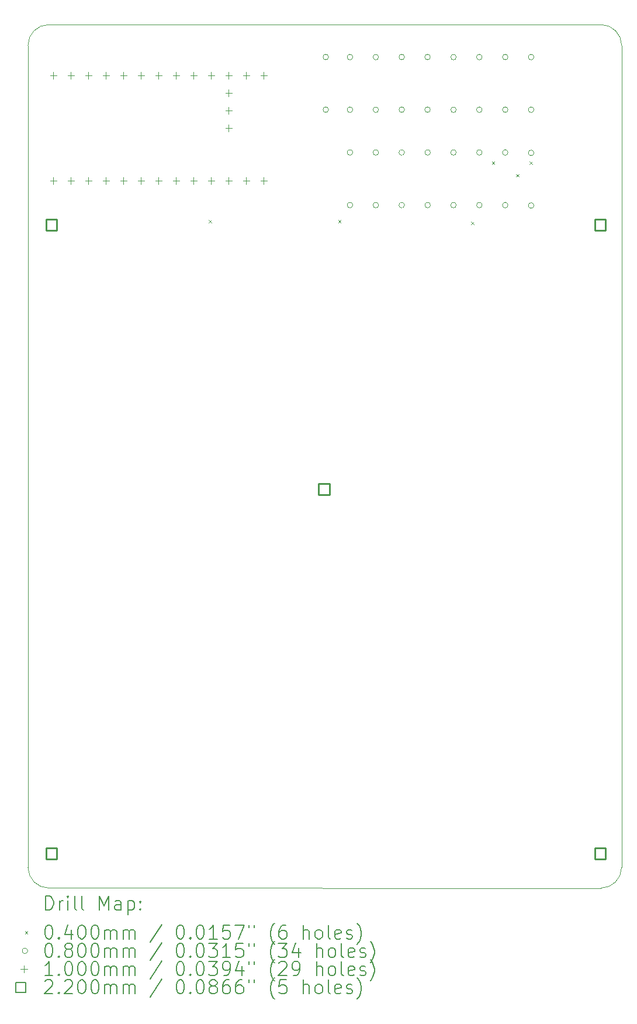
<source format=gbr>
%TF.GenerationSoftware,KiCad,Pcbnew,8.0.6*%
%TF.CreationDate,2024-12-19T22:26:00+08:00*%
%TF.ProjectId,keyboard,6b657962-6f61-4726-942e-6b696361645f,rev?*%
%TF.SameCoordinates,Original*%
%TF.FileFunction,Drillmap*%
%TF.FilePolarity,Positive*%
%FSLAX45Y45*%
G04 Gerber Fmt 4.5, Leading zero omitted, Abs format (unit mm)*
G04 Created by KiCad (PCBNEW 8.0.6) date 2024-12-19 22:26:00*
%MOMM*%
%LPD*%
G01*
G04 APERTURE LIST*
%ADD10C,0.100000*%
%ADD11C,0.200000*%
%ADD12C,0.220000*%
G04 APERTURE END LIST*
D10*
X33160000Y-24701066D02*
G75*
G02*
X32860000Y-25001070I-300000J-4D01*
G01*
X24860000Y-25000000D02*
X32860000Y-25001066D01*
X24860000Y-25000000D02*
G75*
G02*
X24560000Y-24700000I0J300000D01*
G01*
X24560000Y-12800000D02*
G75*
G02*
X24860000Y-12500000I300000J0D01*
G01*
X32860000Y-12500000D02*
G75*
G02*
X33160000Y-12800000I0J-300000D01*
G01*
X33160000Y-12800000D02*
X33160000Y-24701066D01*
X24860000Y-12500000D02*
X32860000Y-12500000D01*
X24560000Y-12800000D02*
X24560000Y-24700000D01*
D11*
D10*
X27179200Y-15330800D02*
X27219200Y-15370800D01*
X27219200Y-15330800D02*
X27179200Y-15370800D01*
X29054200Y-15330800D02*
X29094200Y-15370800D01*
X29094200Y-15330800D02*
X29054200Y-15370800D01*
X30979200Y-15355800D02*
X31019200Y-15395800D01*
X31019200Y-15355800D02*
X30979200Y-15395800D01*
X31279200Y-14480800D02*
X31319200Y-14520800D01*
X31319200Y-14480800D02*
X31279200Y-14520800D01*
X31629200Y-14663300D02*
X31669200Y-14703300D01*
X31669200Y-14663300D02*
X31629200Y-14703300D01*
X31829200Y-14480800D02*
X31869200Y-14520800D01*
X31869200Y-14480800D02*
X31829200Y-14520800D01*
X28914200Y-12969800D02*
G75*
G02*
X28834200Y-12969800I-40000J0D01*
G01*
X28834200Y-12969800D02*
G75*
G02*
X28914200Y-12969800I40000J0D01*
G01*
X28914200Y-13731800D02*
G75*
G02*
X28834200Y-13731800I-40000J0D01*
G01*
X28834200Y-13731800D02*
G75*
G02*
X28914200Y-13731800I40000J0D01*
G01*
X29264200Y-12969800D02*
G75*
G02*
X29184200Y-12969800I-40000J0D01*
G01*
X29184200Y-12969800D02*
G75*
G02*
X29264200Y-12969800I40000J0D01*
G01*
X29264200Y-13731800D02*
G75*
G02*
X29184200Y-13731800I-40000J0D01*
G01*
X29184200Y-13731800D02*
G75*
G02*
X29264200Y-13731800I40000J0D01*
G01*
X29264200Y-14350800D02*
G75*
G02*
X29184200Y-14350800I-40000J0D01*
G01*
X29184200Y-14350800D02*
G75*
G02*
X29264200Y-14350800I40000J0D01*
G01*
X29264200Y-15112800D02*
G75*
G02*
X29184200Y-15112800I-40000J0D01*
G01*
X29184200Y-15112800D02*
G75*
G02*
X29264200Y-15112800I40000J0D01*
G01*
X29639200Y-12969800D02*
G75*
G02*
X29559200Y-12969800I-40000J0D01*
G01*
X29559200Y-12969800D02*
G75*
G02*
X29639200Y-12969800I40000J0D01*
G01*
X29639200Y-13731800D02*
G75*
G02*
X29559200Y-13731800I-40000J0D01*
G01*
X29559200Y-13731800D02*
G75*
G02*
X29639200Y-13731800I40000J0D01*
G01*
X29639200Y-14350800D02*
G75*
G02*
X29559200Y-14350800I-40000J0D01*
G01*
X29559200Y-14350800D02*
G75*
G02*
X29639200Y-14350800I40000J0D01*
G01*
X29639200Y-15112800D02*
G75*
G02*
X29559200Y-15112800I-40000J0D01*
G01*
X29559200Y-15112800D02*
G75*
G02*
X29639200Y-15112800I40000J0D01*
G01*
X30014200Y-12969800D02*
G75*
G02*
X29934200Y-12969800I-40000J0D01*
G01*
X29934200Y-12969800D02*
G75*
G02*
X30014200Y-12969800I40000J0D01*
G01*
X30014200Y-13731800D02*
G75*
G02*
X29934200Y-13731800I-40000J0D01*
G01*
X29934200Y-13731800D02*
G75*
G02*
X30014200Y-13731800I40000J0D01*
G01*
X30014200Y-14350800D02*
G75*
G02*
X29934200Y-14350800I-40000J0D01*
G01*
X29934200Y-14350800D02*
G75*
G02*
X30014200Y-14350800I40000J0D01*
G01*
X30014200Y-15112800D02*
G75*
G02*
X29934200Y-15112800I-40000J0D01*
G01*
X29934200Y-15112800D02*
G75*
G02*
X30014200Y-15112800I40000J0D01*
G01*
X30389200Y-12969800D02*
G75*
G02*
X30309200Y-12969800I-40000J0D01*
G01*
X30309200Y-12969800D02*
G75*
G02*
X30389200Y-12969800I40000J0D01*
G01*
X30389200Y-13731800D02*
G75*
G02*
X30309200Y-13731800I-40000J0D01*
G01*
X30309200Y-13731800D02*
G75*
G02*
X30389200Y-13731800I40000J0D01*
G01*
X30389200Y-14350800D02*
G75*
G02*
X30309200Y-14350800I-40000J0D01*
G01*
X30309200Y-14350800D02*
G75*
G02*
X30389200Y-14350800I40000J0D01*
G01*
X30389200Y-15112800D02*
G75*
G02*
X30309200Y-15112800I-40000J0D01*
G01*
X30309200Y-15112800D02*
G75*
G02*
X30389200Y-15112800I40000J0D01*
G01*
X30764200Y-12969800D02*
G75*
G02*
X30684200Y-12969800I-40000J0D01*
G01*
X30684200Y-12969800D02*
G75*
G02*
X30764200Y-12969800I40000J0D01*
G01*
X30764200Y-13731800D02*
G75*
G02*
X30684200Y-13731800I-40000J0D01*
G01*
X30684200Y-13731800D02*
G75*
G02*
X30764200Y-13731800I40000J0D01*
G01*
X30764200Y-14350800D02*
G75*
G02*
X30684200Y-14350800I-40000J0D01*
G01*
X30684200Y-14350800D02*
G75*
G02*
X30764200Y-14350800I40000J0D01*
G01*
X30764200Y-15112800D02*
G75*
G02*
X30684200Y-15112800I-40000J0D01*
G01*
X30684200Y-15112800D02*
G75*
G02*
X30764200Y-15112800I40000J0D01*
G01*
X31139200Y-12969800D02*
G75*
G02*
X31059200Y-12969800I-40000J0D01*
G01*
X31059200Y-12969800D02*
G75*
G02*
X31139200Y-12969800I40000J0D01*
G01*
X31139200Y-13731800D02*
G75*
G02*
X31059200Y-13731800I-40000J0D01*
G01*
X31059200Y-13731800D02*
G75*
G02*
X31139200Y-13731800I40000J0D01*
G01*
X31139200Y-14350800D02*
G75*
G02*
X31059200Y-14350800I-40000J0D01*
G01*
X31059200Y-14350800D02*
G75*
G02*
X31139200Y-14350800I40000J0D01*
G01*
X31139200Y-15112800D02*
G75*
G02*
X31059200Y-15112800I-40000J0D01*
G01*
X31059200Y-15112800D02*
G75*
G02*
X31139200Y-15112800I40000J0D01*
G01*
X31514200Y-12969800D02*
G75*
G02*
X31434200Y-12969800I-40000J0D01*
G01*
X31434200Y-12969800D02*
G75*
G02*
X31514200Y-12969800I40000J0D01*
G01*
X31514200Y-13731800D02*
G75*
G02*
X31434200Y-13731800I-40000J0D01*
G01*
X31434200Y-13731800D02*
G75*
G02*
X31514200Y-13731800I40000J0D01*
G01*
X31514200Y-14350800D02*
G75*
G02*
X31434200Y-14350800I-40000J0D01*
G01*
X31434200Y-14350800D02*
G75*
G02*
X31514200Y-14350800I40000J0D01*
G01*
X31514200Y-15112800D02*
G75*
G02*
X31434200Y-15112800I-40000J0D01*
G01*
X31434200Y-15112800D02*
G75*
G02*
X31514200Y-15112800I40000J0D01*
G01*
X31889200Y-12969800D02*
G75*
G02*
X31809200Y-12969800I-40000J0D01*
G01*
X31809200Y-12969800D02*
G75*
G02*
X31889200Y-12969800I40000J0D01*
G01*
X31889200Y-13731800D02*
G75*
G02*
X31809200Y-13731800I-40000J0D01*
G01*
X31809200Y-13731800D02*
G75*
G02*
X31889200Y-13731800I40000J0D01*
G01*
X31889200Y-14356800D02*
G75*
G02*
X31809200Y-14356800I-40000J0D01*
G01*
X31809200Y-14356800D02*
G75*
G02*
X31889200Y-14356800I40000J0D01*
G01*
X31889200Y-15118800D02*
G75*
G02*
X31809200Y-15118800I-40000J0D01*
G01*
X31809200Y-15118800D02*
G75*
G02*
X31889200Y-15118800I40000J0D01*
G01*
X24928950Y-13188800D02*
X24928950Y-13288800D01*
X24878950Y-13238800D02*
X24978950Y-13238800D01*
X24928950Y-14712800D02*
X24928950Y-14812800D01*
X24878950Y-14762800D02*
X24978950Y-14762800D01*
X25182950Y-13188800D02*
X25182950Y-13288800D01*
X25132950Y-13238800D02*
X25232950Y-13238800D01*
X25182950Y-14712800D02*
X25182950Y-14812800D01*
X25132950Y-14762800D02*
X25232950Y-14762800D01*
X25436950Y-13188800D02*
X25436950Y-13288800D01*
X25386950Y-13238800D02*
X25486950Y-13238800D01*
X25436950Y-14712800D02*
X25436950Y-14812800D01*
X25386950Y-14762800D02*
X25486950Y-14762800D01*
X25690950Y-13188800D02*
X25690950Y-13288800D01*
X25640950Y-13238800D02*
X25740950Y-13238800D01*
X25690950Y-14712800D02*
X25690950Y-14812800D01*
X25640950Y-14762800D02*
X25740950Y-14762800D01*
X25944950Y-13188800D02*
X25944950Y-13288800D01*
X25894950Y-13238800D02*
X25994950Y-13238800D01*
X25944950Y-14712800D02*
X25944950Y-14812800D01*
X25894950Y-14762800D02*
X25994950Y-14762800D01*
X26198950Y-13188800D02*
X26198950Y-13288800D01*
X26148950Y-13238800D02*
X26248950Y-13238800D01*
X26198950Y-14712800D02*
X26198950Y-14812800D01*
X26148950Y-14762800D02*
X26248950Y-14762800D01*
X26452950Y-13188800D02*
X26452950Y-13288800D01*
X26402950Y-13238800D02*
X26502950Y-13238800D01*
X26452950Y-14712800D02*
X26452950Y-14812800D01*
X26402950Y-14762800D02*
X26502950Y-14762800D01*
X26706950Y-13188800D02*
X26706950Y-13288800D01*
X26656950Y-13238800D02*
X26756950Y-13238800D01*
X26706950Y-14712800D02*
X26706950Y-14812800D01*
X26656950Y-14762800D02*
X26756950Y-14762800D01*
X26960950Y-13188800D02*
X26960950Y-13288800D01*
X26910950Y-13238800D02*
X27010950Y-13238800D01*
X26960950Y-14712800D02*
X26960950Y-14812800D01*
X26910950Y-14762800D02*
X27010950Y-14762800D01*
X27214950Y-13188800D02*
X27214950Y-13288800D01*
X27164950Y-13238800D02*
X27264950Y-13238800D01*
X27214950Y-14712800D02*
X27214950Y-14812800D01*
X27164950Y-14762800D02*
X27264950Y-14762800D01*
X27468950Y-13188800D02*
X27468950Y-13288800D01*
X27418950Y-13238800D02*
X27518950Y-13238800D01*
X27468950Y-13442800D02*
X27468950Y-13542800D01*
X27418950Y-13492800D02*
X27518950Y-13492800D01*
X27468950Y-13696800D02*
X27468950Y-13796800D01*
X27418950Y-13746800D02*
X27518950Y-13746800D01*
X27468950Y-13950800D02*
X27468950Y-14050800D01*
X27418950Y-14000800D02*
X27518950Y-14000800D01*
X27468950Y-14712800D02*
X27468950Y-14812800D01*
X27418950Y-14762800D02*
X27518950Y-14762800D01*
X27722950Y-13188800D02*
X27722950Y-13288800D01*
X27672950Y-13238800D02*
X27772950Y-13238800D01*
X27722950Y-14712800D02*
X27722950Y-14812800D01*
X27672950Y-14762800D02*
X27772950Y-14762800D01*
X27976950Y-13188800D02*
X27976950Y-13288800D01*
X27926950Y-13238800D02*
X28026950Y-13238800D01*
X27976950Y-14712800D02*
X27976950Y-14812800D01*
X27926950Y-14762800D02*
X28026950Y-14762800D01*
D12*
X24977782Y-15477782D02*
X24977782Y-15322217D01*
X24822217Y-15322217D01*
X24822217Y-15477782D01*
X24977782Y-15477782D01*
X24977782Y-24577782D02*
X24977782Y-24422217D01*
X24822217Y-24422217D01*
X24822217Y-24577782D01*
X24977782Y-24577782D01*
X28927782Y-19302783D02*
X28927782Y-19147218D01*
X28772217Y-19147218D01*
X28772217Y-19302783D01*
X28927782Y-19302783D01*
X32927782Y-15477782D02*
X32927782Y-15322217D01*
X32772217Y-15322217D01*
X32772217Y-15477782D01*
X32927782Y-15477782D01*
X32927782Y-24577782D02*
X32927782Y-24422217D01*
X32772217Y-24422217D01*
X32772217Y-24577782D01*
X32927782Y-24577782D01*
D11*
X24815777Y-25317550D02*
X24815777Y-25117550D01*
X24815777Y-25117550D02*
X24863396Y-25117550D01*
X24863396Y-25117550D02*
X24891967Y-25127074D01*
X24891967Y-25127074D02*
X24911015Y-25146121D01*
X24911015Y-25146121D02*
X24920539Y-25165169D01*
X24920539Y-25165169D02*
X24930062Y-25203264D01*
X24930062Y-25203264D02*
X24930062Y-25231835D01*
X24930062Y-25231835D02*
X24920539Y-25269931D01*
X24920539Y-25269931D02*
X24911015Y-25288978D01*
X24911015Y-25288978D02*
X24891967Y-25308026D01*
X24891967Y-25308026D02*
X24863396Y-25317550D01*
X24863396Y-25317550D02*
X24815777Y-25317550D01*
X25015777Y-25317550D02*
X25015777Y-25184216D01*
X25015777Y-25222312D02*
X25025300Y-25203264D01*
X25025300Y-25203264D02*
X25034824Y-25193740D01*
X25034824Y-25193740D02*
X25053872Y-25184216D01*
X25053872Y-25184216D02*
X25072920Y-25184216D01*
X25139586Y-25317550D02*
X25139586Y-25184216D01*
X25139586Y-25117550D02*
X25130062Y-25127074D01*
X25130062Y-25127074D02*
X25139586Y-25136597D01*
X25139586Y-25136597D02*
X25149110Y-25127074D01*
X25149110Y-25127074D02*
X25139586Y-25117550D01*
X25139586Y-25117550D02*
X25139586Y-25136597D01*
X25263396Y-25317550D02*
X25244348Y-25308026D01*
X25244348Y-25308026D02*
X25234824Y-25288978D01*
X25234824Y-25288978D02*
X25234824Y-25117550D01*
X25368158Y-25317550D02*
X25349110Y-25308026D01*
X25349110Y-25308026D02*
X25339586Y-25288978D01*
X25339586Y-25288978D02*
X25339586Y-25117550D01*
X25596729Y-25317550D02*
X25596729Y-25117550D01*
X25596729Y-25117550D02*
X25663396Y-25260407D01*
X25663396Y-25260407D02*
X25730062Y-25117550D01*
X25730062Y-25117550D02*
X25730062Y-25317550D01*
X25911015Y-25317550D02*
X25911015Y-25212788D01*
X25911015Y-25212788D02*
X25901491Y-25193740D01*
X25901491Y-25193740D02*
X25882443Y-25184216D01*
X25882443Y-25184216D02*
X25844348Y-25184216D01*
X25844348Y-25184216D02*
X25825300Y-25193740D01*
X25911015Y-25308026D02*
X25891967Y-25317550D01*
X25891967Y-25317550D02*
X25844348Y-25317550D01*
X25844348Y-25317550D02*
X25825300Y-25308026D01*
X25825300Y-25308026D02*
X25815777Y-25288978D01*
X25815777Y-25288978D02*
X25815777Y-25269931D01*
X25815777Y-25269931D02*
X25825300Y-25250883D01*
X25825300Y-25250883D02*
X25844348Y-25241359D01*
X25844348Y-25241359D02*
X25891967Y-25241359D01*
X25891967Y-25241359D02*
X25911015Y-25231835D01*
X26006253Y-25184216D02*
X26006253Y-25384216D01*
X26006253Y-25193740D02*
X26025300Y-25184216D01*
X26025300Y-25184216D02*
X26063396Y-25184216D01*
X26063396Y-25184216D02*
X26082443Y-25193740D01*
X26082443Y-25193740D02*
X26091967Y-25203264D01*
X26091967Y-25203264D02*
X26101491Y-25222312D01*
X26101491Y-25222312D02*
X26101491Y-25279454D01*
X26101491Y-25279454D02*
X26091967Y-25298502D01*
X26091967Y-25298502D02*
X26082443Y-25308026D01*
X26082443Y-25308026D02*
X26063396Y-25317550D01*
X26063396Y-25317550D02*
X26025300Y-25317550D01*
X26025300Y-25317550D02*
X26006253Y-25308026D01*
X26187205Y-25298502D02*
X26196729Y-25308026D01*
X26196729Y-25308026D02*
X26187205Y-25317550D01*
X26187205Y-25317550D02*
X26177681Y-25308026D01*
X26177681Y-25308026D02*
X26187205Y-25298502D01*
X26187205Y-25298502D02*
X26187205Y-25317550D01*
X26187205Y-25193740D02*
X26196729Y-25203264D01*
X26196729Y-25203264D02*
X26187205Y-25212788D01*
X26187205Y-25212788D02*
X26177681Y-25203264D01*
X26177681Y-25203264D02*
X26187205Y-25193740D01*
X26187205Y-25193740D02*
X26187205Y-25212788D01*
D10*
X24515000Y-25626066D02*
X24555000Y-25666066D01*
X24555000Y-25626066D02*
X24515000Y-25666066D01*
D11*
X24853872Y-25537550D02*
X24872920Y-25537550D01*
X24872920Y-25537550D02*
X24891967Y-25547074D01*
X24891967Y-25547074D02*
X24901491Y-25556597D01*
X24901491Y-25556597D02*
X24911015Y-25575645D01*
X24911015Y-25575645D02*
X24920539Y-25613740D01*
X24920539Y-25613740D02*
X24920539Y-25661359D01*
X24920539Y-25661359D02*
X24911015Y-25699454D01*
X24911015Y-25699454D02*
X24901491Y-25718502D01*
X24901491Y-25718502D02*
X24891967Y-25728026D01*
X24891967Y-25728026D02*
X24872920Y-25737550D01*
X24872920Y-25737550D02*
X24853872Y-25737550D01*
X24853872Y-25737550D02*
X24834824Y-25728026D01*
X24834824Y-25728026D02*
X24825300Y-25718502D01*
X24825300Y-25718502D02*
X24815777Y-25699454D01*
X24815777Y-25699454D02*
X24806253Y-25661359D01*
X24806253Y-25661359D02*
X24806253Y-25613740D01*
X24806253Y-25613740D02*
X24815777Y-25575645D01*
X24815777Y-25575645D02*
X24825300Y-25556597D01*
X24825300Y-25556597D02*
X24834824Y-25547074D01*
X24834824Y-25547074D02*
X24853872Y-25537550D01*
X25006253Y-25718502D02*
X25015777Y-25728026D01*
X25015777Y-25728026D02*
X25006253Y-25737550D01*
X25006253Y-25737550D02*
X24996729Y-25728026D01*
X24996729Y-25728026D02*
X25006253Y-25718502D01*
X25006253Y-25718502D02*
X25006253Y-25737550D01*
X25187205Y-25604216D02*
X25187205Y-25737550D01*
X25139586Y-25528026D02*
X25091967Y-25670883D01*
X25091967Y-25670883D02*
X25215777Y-25670883D01*
X25330062Y-25537550D02*
X25349110Y-25537550D01*
X25349110Y-25537550D02*
X25368158Y-25547074D01*
X25368158Y-25547074D02*
X25377681Y-25556597D01*
X25377681Y-25556597D02*
X25387205Y-25575645D01*
X25387205Y-25575645D02*
X25396729Y-25613740D01*
X25396729Y-25613740D02*
X25396729Y-25661359D01*
X25396729Y-25661359D02*
X25387205Y-25699454D01*
X25387205Y-25699454D02*
X25377681Y-25718502D01*
X25377681Y-25718502D02*
X25368158Y-25728026D01*
X25368158Y-25728026D02*
X25349110Y-25737550D01*
X25349110Y-25737550D02*
X25330062Y-25737550D01*
X25330062Y-25737550D02*
X25311015Y-25728026D01*
X25311015Y-25728026D02*
X25301491Y-25718502D01*
X25301491Y-25718502D02*
X25291967Y-25699454D01*
X25291967Y-25699454D02*
X25282443Y-25661359D01*
X25282443Y-25661359D02*
X25282443Y-25613740D01*
X25282443Y-25613740D02*
X25291967Y-25575645D01*
X25291967Y-25575645D02*
X25301491Y-25556597D01*
X25301491Y-25556597D02*
X25311015Y-25547074D01*
X25311015Y-25547074D02*
X25330062Y-25537550D01*
X25520539Y-25537550D02*
X25539586Y-25537550D01*
X25539586Y-25537550D02*
X25558634Y-25547074D01*
X25558634Y-25547074D02*
X25568158Y-25556597D01*
X25568158Y-25556597D02*
X25577681Y-25575645D01*
X25577681Y-25575645D02*
X25587205Y-25613740D01*
X25587205Y-25613740D02*
X25587205Y-25661359D01*
X25587205Y-25661359D02*
X25577681Y-25699454D01*
X25577681Y-25699454D02*
X25568158Y-25718502D01*
X25568158Y-25718502D02*
X25558634Y-25728026D01*
X25558634Y-25728026D02*
X25539586Y-25737550D01*
X25539586Y-25737550D02*
X25520539Y-25737550D01*
X25520539Y-25737550D02*
X25501491Y-25728026D01*
X25501491Y-25728026D02*
X25491967Y-25718502D01*
X25491967Y-25718502D02*
X25482443Y-25699454D01*
X25482443Y-25699454D02*
X25472920Y-25661359D01*
X25472920Y-25661359D02*
X25472920Y-25613740D01*
X25472920Y-25613740D02*
X25482443Y-25575645D01*
X25482443Y-25575645D02*
X25491967Y-25556597D01*
X25491967Y-25556597D02*
X25501491Y-25547074D01*
X25501491Y-25547074D02*
X25520539Y-25537550D01*
X25672920Y-25737550D02*
X25672920Y-25604216D01*
X25672920Y-25623264D02*
X25682443Y-25613740D01*
X25682443Y-25613740D02*
X25701491Y-25604216D01*
X25701491Y-25604216D02*
X25730062Y-25604216D01*
X25730062Y-25604216D02*
X25749110Y-25613740D01*
X25749110Y-25613740D02*
X25758634Y-25632788D01*
X25758634Y-25632788D02*
X25758634Y-25737550D01*
X25758634Y-25632788D02*
X25768158Y-25613740D01*
X25768158Y-25613740D02*
X25787205Y-25604216D01*
X25787205Y-25604216D02*
X25815777Y-25604216D01*
X25815777Y-25604216D02*
X25834824Y-25613740D01*
X25834824Y-25613740D02*
X25844348Y-25632788D01*
X25844348Y-25632788D02*
X25844348Y-25737550D01*
X25939586Y-25737550D02*
X25939586Y-25604216D01*
X25939586Y-25623264D02*
X25949110Y-25613740D01*
X25949110Y-25613740D02*
X25968158Y-25604216D01*
X25968158Y-25604216D02*
X25996729Y-25604216D01*
X25996729Y-25604216D02*
X26015777Y-25613740D01*
X26015777Y-25613740D02*
X26025301Y-25632788D01*
X26025301Y-25632788D02*
X26025301Y-25737550D01*
X26025301Y-25632788D02*
X26034824Y-25613740D01*
X26034824Y-25613740D02*
X26053872Y-25604216D01*
X26053872Y-25604216D02*
X26082443Y-25604216D01*
X26082443Y-25604216D02*
X26101491Y-25613740D01*
X26101491Y-25613740D02*
X26111015Y-25632788D01*
X26111015Y-25632788D02*
X26111015Y-25737550D01*
X26501491Y-25528026D02*
X26330063Y-25785169D01*
X26758634Y-25537550D02*
X26777682Y-25537550D01*
X26777682Y-25537550D02*
X26796729Y-25547074D01*
X26796729Y-25547074D02*
X26806253Y-25556597D01*
X26806253Y-25556597D02*
X26815777Y-25575645D01*
X26815777Y-25575645D02*
X26825301Y-25613740D01*
X26825301Y-25613740D02*
X26825301Y-25661359D01*
X26825301Y-25661359D02*
X26815777Y-25699454D01*
X26815777Y-25699454D02*
X26806253Y-25718502D01*
X26806253Y-25718502D02*
X26796729Y-25728026D01*
X26796729Y-25728026D02*
X26777682Y-25737550D01*
X26777682Y-25737550D02*
X26758634Y-25737550D01*
X26758634Y-25737550D02*
X26739586Y-25728026D01*
X26739586Y-25728026D02*
X26730063Y-25718502D01*
X26730063Y-25718502D02*
X26720539Y-25699454D01*
X26720539Y-25699454D02*
X26711015Y-25661359D01*
X26711015Y-25661359D02*
X26711015Y-25613740D01*
X26711015Y-25613740D02*
X26720539Y-25575645D01*
X26720539Y-25575645D02*
X26730063Y-25556597D01*
X26730063Y-25556597D02*
X26739586Y-25547074D01*
X26739586Y-25547074D02*
X26758634Y-25537550D01*
X26911015Y-25718502D02*
X26920539Y-25728026D01*
X26920539Y-25728026D02*
X26911015Y-25737550D01*
X26911015Y-25737550D02*
X26901491Y-25728026D01*
X26901491Y-25728026D02*
X26911015Y-25718502D01*
X26911015Y-25718502D02*
X26911015Y-25737550D01*
X27044348Y-25537550D02*
X27063396Y-25537550D01*
X27063396Y-25537550D02*
X27082444Y-25547074D01*
X27082444Y-25547074D02*
X27091967Y-25556597D01*
X27091967Y-25556597D02*
X27101491Y-25575645D01*
X27101491Y-25575645D02*
X27111015Y-25613740D01*
X27111015Y-25613740D02*
X27111015Y-25661359D01*
X27111015Y-25661359D02*
X27101491Y-25699454D01*
X27101491Y-25699454D02*
X27091967Y-25718502D01*
X27091967Y-25718502D02*
X27082444Y-25728026D01*
X27082444Y-25728026D02*
X27063396Y-25737550D01*
X27063396Y-25737550D02*
X27044348Y-25737550D01*
X27044348Y-25737550D02*
X27025301Y-25728026D01*
X27025301Y-25728026D02*
X27015777Y-25718502D01*
X27015777Y-25718502D02*
X27006253Y-25699454D01*
X27006253Y-25699454D02*
X26996729Y-25661359D01*
X26996729Y-25661359D02*
X26996729Y-25613740D01*
X26996729Y-25613740D02*
X27006253Y-25575645D01*
X27006253Y-25575645D02*
X27015777Y-25556597D01*
X27015777Y-25556597D02*
X27025301Y-25547074D01*
X27025301Y-25547074D02*
X27044348Y-25537550D01*
X27301491Y-25737550D02*
X27187205Y-25737550D01*
X27244348Y-25737550D02*
X27244348Y-25537550D01*
X27244348Y-25537550D02*
X27225301Y-25566121D01*
X27225301Y-25566121D02*
X27206253Y-25585169D01*
X27206253Y-25585169D02*
X27187205Y-25594693D01*
X27482444Y-25537550D02*
X27387205Y-25537550D01*
X27387205Y-25537550D02*
X27377682Y-25632788D01*
X27377682Y-25632788D02*
X27387205Y-25623264D01*
X27387205Y-25623264D02*
X27406253Y-25613740D01*
X27406253Y-25613740D02*
X27453872Y-25613740D01*
X27453872Y-25613740D02*
X27472920Y-25623264D01*
X27472920Y-25623264D02*
X27482444Y-25632788D01*
X27482444Y-25632788D02*
X27491967Y-25651835D01*
X27491967Y-25651835D02*
X27491967Y-25699454D01*
X27491967Y-25699454D02*
X27482444Y-25718502D01*
X27482444Y-25718502D02*
X27472920Y-25728026D01*
X27472920Y-25728026D02*
X27453872Y-25737550D01*
X27453872Y-25737550D02*
X27406253Y-25737550D01*
X27406253Y-25737550D02*
X27387205Y-25728026D01*
X27387205Y-25728026D02*
X27377682Y-25718502D01*
X27558634Y-25537550D02*
X27691967Y-25537550D01*
X27691967Y-25537550D02*
X27606253Y-25737550D01*
X27758634Y-25537550D02*
X27758634Y-25575645D01*
X27834825Y-25537550D02*
X27834825Y-25575645D01*
X28130063Y-25813740D02*
X28120539Y-25804216D01*
X28120539Y-25804216D02*
X28101491Y-25775645D01*
X28101491Y-25775645D02*
X28091967Y-25756597D01*
X28091967Y-25756597D02*
X28082444Y-25728026D01*
X28082444Y-25728026D02*
X28072920Y-25680407D01*
X28072920Y-25680407D02*
X28072920Y-25642312D01*
X28072920Y-25642312D02*
X28082444Y-25594693D01*
X28082444Y-25594693D02*
X28091967Y-25566121D01*
X28091967Y-25566121D02*
X28101491Y-25547074D01*
X28101491Y-25547074D02*
X28120539Y-25518502D01*
X28120539Y-25518502D02*
X28130063Y-25508978D01*
X28291967Y-25537550D02*
X28253872Y-25537550D01*
X28253872Y-25537550D02*
X28234825Y-25547074D01*
X28234825Y-25547074D02*
X28225301Y-25556597D01*
X28225301Y-25556597D02*
X28206253Y-25585169D01*
X28206253Y-25585169D02*
X28196729Y-25623264D01*
X28196729Y-25623264D02*
X28196729Y-25699454D01*
X28196729Y-25699454D02*
X28206253Y-25718502D01*
X28206253Y-25718502D02*
X28215777Y-25728026D01*
X28215777Y-25728026D02*
X28234825Y-25737550D01*
X28234825Y-25737550D02*
X28272920Y-25737550D01*
X28272920Y-25737550D02*
X28291967Y-25728026D01*
X28291967Y-25728026D02*
X28301491Y-25718502D01*
X28301491Y-25718502D02*
X28311015Y-25699454D01*
X28311015Y-25699454D02*
X28311015Y-25651835D01*
X28311015Y-25651835D02*
X28301491Y-25632788D01*
X28301491Y-25632788D02*
X28291967Y-25623264D01*
X28291967Y-25623264D02*
X28272920Y-25613740D01*
X28272920Y-25613740D02*
X28234825Y-25613740D01*
X28234825Y-25613740D02*
X28215777Y-25623264D01*
X28215777Y-25623264D02*
X28206253Y-25632788D01*
X28206253Y-25632788D02*
X28196729Y-25651835D01*
X28549110Y-25737550D02*
X28549110Y-25537550D01*
X28634825Y-25737550D02*
X28634825Y-25632788D01*
X28634825Y-25632788D02*
X28625301Y-25613740D01*
X28625301Y-25613740D02*
X28606253Y-25604216D01*
X28606253Y-25604216D02*
X28577682Y-25604216D01*
X28577682Y-25604216D02*
X28558634Y-25613740D01*
X28558634Y-25613740D02*
X28549110Y-25623264D01*
X28758634Y-25737550D02*
X28739587Y-25728026D01*
X28739587Y-25728026D02*
X28730063Y-25718502D01*
X28730063Y-25718502D02*
X28720539Y-25699454D01*
X28720539Y-25699454D02*
X28720539Y-25642312D01*
X28720539Y-25642312D02*
X28730063Y-25623264D01*
X28730063Y-25623264D02*
X28739587Y-25613740D01*
X28739587Y-25613740D02*
X28758634Y-25604216D01*
X28758634Y-25604216D02*
X28787206Y-25604216D01*
X28787206Y-25604216D02*
X28806253Y-25613740D01*
X28806253Y-25613740D02*
X28815777Y-25623264D01*
X28815777Y-25623264D02*
X28825301Y-25642312D01*
X28825301Y-25642312D02*
X28825301Y-25699454D01*
X28825301Y-25699454D02*
X28815777Y-25718502D01*
X28815777Y-25718502D02*
X28806253Y-25728026D01*
X28806253Y-25728026D02*
X28787206Y-25737550D01*
X28787206Y-25737550D02*
X28758634Y-25737550D01*
X28939587Y-25737550D02*
X28920539Y-25728026D01*
X28920539Y-25728026D02*
X28911015Y-25708978D01*
X28911015Y-25708978D02*
X28911015Y-25537550D01*
X29091968Y-25728026D02*
X29072920Y-25737550D01*
X29072920Y-25737550D02*
X29034825Y-25737550D01*
X29034825Y-25737550D02*
X29015777Y-25728026D01*
X29015777Y-25728026D02*
X29006253Y-25708978D01*
X29006253Y-25708978D02*
X29006253Y-25632788D01*
X29006253Y-25632788D02*
X29015777Y-25613740D01*
X29015777Y-25613740D02*
X29034825Y-25604216D01*
X29034825Y-25604216D02*
X29072920Y-25604216D01*
X29072920Y-25604216D02*
X29091968Y-25613740D01*
X29091968Y-25613740D02*
X29101491Y-25632788D01*
X29101491Y-25632788D02*
X29101491Y-25651835D01*
X29101491Y-25651835D02*
X29006253Y-25670883D01*
X29177682Y-25728026D02*
X29196729Y-25737550D01*
X29196729Y-25737550D02*
X29234825Y-25737550D01*
X29234825Y-25737550D02*
X29253872Y-25728026D01*
X29253872Y-25728026D02*
X29263396Y-25708978D01*
X29263396Y-25708978D02*
X29263396Y-25699454D01*
X29263396Y-25699454D02*
X29253872Y-25680407D01*
X29253872Y-25680407D02*
X29234825Y-25670883D01*
X29234825Y-25670883D02*
X29206253Y-25670883D01*
X29206253Y-25670883D02*
X29187206Y-25661359D01*
X29187206Y-25661359D02*
X29177682Y-25642312D01*
X29177682Y-25642312D02*
X29177682Y-25632788D01*
X29177682Y-25632788D02*
X29187206Y-25613740D01*
X29187206Y-25613740D02*
X29206253Y-25604216D01*
X29206253Y-25604216D02*
X29234825Y-25604216D01*
X29234825Y-25604216D02*
X29253872Y-25613740D01*
X29330063Y-25813740D02*
X29339587Y-25804216D01*
X29339587Y-25804216D02*
X29358634Y-25775645D01*
X29358634Y-25775645D02*
X29368158Y-25756597D01*
X29368158Y-25756597D02*
X29377682Y-25728026D01*
X29377682Y-25728026D02*
X29387206Y-25680407D01*
X29387206Y-25680407D02*
X29387206Y-25642312D01*
X29387206Y-25642312D02*
X29377682Y-25594693D01*
X29377682Y-25594693D02*
X29368158Y-25566121D01*
X29368158Y-25566121D02*
X29358634Y-25547074D01*
X29358634Y-25547074D02*
X29339587Y-25518502D01*
X29339587Y-25518502D02*
X29330063Y-25508978D01*
D10*
X24555000Y-25910066D02*
G75*
G02*
X24475000Y-25910066I-40000J0D01*
G01*
X24475000Y-25910066D02*
G75*
G02*
X24555000Y-25910066I40000J0D01*
G01*
D11*
X24853872Y-25801550D02*
X24872920Y-25801550D01*
X24872920Y-25801550D02*
X24891967Y-25811074D01*
X24891967Y-25811074D02*
X24901491Y-25820597D01*
X24901491Y-25820597D02*
X24911015Y-25839645D01*
X24911015Y-25839645D02*
X24920539Y-25877740D01*
X24920539Y-25877740D02*
X24920539Y-25925359D01*
X24920539Y-25925359D02*
X24911015Y-25963454D01*
X24911015Y-25963454D02*
X24901491Y-25982502D01*
X24901491Y-25982502D02*
X24891967Y-25992026D01*
X24891967Y-25992026D02*
X24872920Y-26001550D01*
X24872920Y-26001550D02*
X24853872Y-26001550D01*
X24853872Y-26001550D02*
X24834824Y-25992026D01*
X24834824Y-25992026D02*
X24825300Y-25982502D01*
X24825300Y-25982502D02*
X24815777Y-25963454D01*
X24815777Y-25963454D02*
X24806253Y-25925359D01*
X24806253Y-25925359D02*
X24806253Y-25877740D01*
X24806253Y-25877740D02*
X24815777Y-25839645D01*
X24815777Y-25839645D02*
X24825300Y-25820597D01*
X24825300Y-25820597D02*
X24834824Y-25811074D01*
X24834824Y-25811074D02*
X24853872Y-25801550D01*
X25006253Y-25982502D02*
X25015777Y-25992026D01*
X25015777Y-25992026D02*
X25006253Y-26001550D01*
X25006253Y-26001550D02*
X24996729Y-25992026D01*
X24996729Y-25992026D02*
X25006253Y-25982502D01*
X25006253Y-25982502D02*
X25006253Y-26001550D01*
X25130062Y-25887264D02*
X25111015Y-25877740D01*
X25111015Y-25877740D02*
X25101491Y-25868216D01*
X25101491Y-25868216D02*
X25091967Y-25849169D01*
X25091967Y-25849169D02*
X25091967Y-25839645D01*
X25091967Y-25839645D02*
X25101491Y-25820597D01*
X25101491Y-25820597D02*
X25111015Y-25811074D01*
X25111015Y-25811074D02*
X25130062Y-25801550D01*
X25130062Y-25801550D02*
X25168158Y-25801550D01*
X25168158Y-25801550D02*
X25187205Y-25811074D01*
X25187205Y-25811074D02*
X25196729Y-25820597D01*
X25196729Y-25820597D02*
X25206253Y-25839645D01*
X25206253Y-25839645D02*
X25206253Y-25849169D01*
X25206253Y-25849169D02*
X25196729Y-25868216D01*
X25196729Y-25868216D02*
X25187205Y-25877740D01*
X25187205Y-25877740D02*
X25168158Y-25887264D01*
X25168158Y-25887264D02*
X25130062Y-25887264D01*
X25130062Y-25887264D02*
X25111015Y-25896788D01*
X25111015Y-25896788D02*
X25101491Y-25906312D01*
X25101491Y-25906312D02*
X25091967Y-25925359D01*
X25091967Y-25925359D02*
X25091967Y-25963454D01*
X25091967Y-25963454D02*
X25101491Y-25982502D01*
X25101491Y-25982502D02*
X25111015Y-25992026D01*
X25111015Y-25992026D02*
X25130062Y-26001550D01*
X25130062Y-26001550D02*
X25168158Y-26001550D01*
X25168158Y-26001550D02*
X25187205Y-25992026D01*
X25187205Y-25992026D02*
X25196729Y-25982502D01*
X25196729Y-25982502D02*
X25206253Y-25963454D01*
X25206253Y-25963454D02*
X25206253Y-25925359D01*
X25206253Y-25925359D02*
X25196729Y-25906312D01*
X25196729Y-25906312D02*
X25187205Y-25896788D01*
X25187205Y-25896788D02*
X25168158Y-25887264D01*
X25330062Y-25801550D02*
X25349110Y-25801550D01*
X25349110Y-25801550D02*
X25368158Y-25811074D01*
X25368158Y-25811074D02*
X25377681Y-25820597D01*
X25377681Y-25820597D02*
X25387205Y-25839645D01*
X25387205Y-25839645D02*
X25396729Y-25877740D01*
X25396729Y-25877740D02*
X25396729Y-25925359D01*
X25396729Y-25925359D02*
X25387205Y-25963454D01*
X25387205Y-25963454D02*
X25377681Y-25982502D01*
X25377681Y-25982502D02*
X25368158Y-25992026D01*
X25368158Y-25992026D02*
X25349110Y-26001550D01*
X25349110Y-26001550D02*
X25330062Y-26001550D01*
X25330062Y-26001550D02*
X25311015Y-25992026D01*
X25311015Y-25992026D02*
X25301491Y-25982502D01*
X25301491Y-25982502D02*
X25291967Y-25963454D01*
X25291967Y-25963454D02*
X25282443Y-25925359D01*
X25282443Y-25925359D02*
X25282443Y-25877740D01*
X25282443Y-25877740D02*
X25291967Y-25839645D01*
X25291967Y-25839645D02*
X25301491Y-25820597D01*
X25301491Y-25820597D02*
X25311015Y-25811074D01*
X25311015Y-25811074D02*
X25330062Y-25801550D01*
X25520539Y-25801550D02*
X25539586Y-25801550D01*
X25539586Y-25801550D02*
X25558634Y-25811074D01*
X25558634Y-25811074D02*
X25568158Y-25820597D01*
X25568158Y-25820597D02*
X25577681Y-25839645D01*
X25577681Y-25839645D02*
X25587205Y-25877740D01*
X25587205Y-25877740D02*
X25587205Y-25925359D01*
X25587205Y-25925359D02*
X25577681Y-25963454D01*
X25577681Y-25963454D02*
X25568158Y-25982502D01*
X25568158Y-25982502D02*
X25558634Y-25992026D01*
X25558634Y-25992026D02*
X25539586Y-26001550D01*
X25539586Y-26001550D02*
X25520539Y-26001550D01*
X25520539Y-26001550D02*
X25501491Y-25992026D01*
X25501491Y-25992026D02*
X25491967Y-25982502D01*
X25491967Y-25982502D02*
X25482443Y-25963454D01*
X25482443Y-25963454D02*
X25472920Y-25925359D01*
X25472920Y-25925359D02*
X25472920Y-25877740D01*
X25472920Y-25877740D02*
X25482443Y-25839645D01*
X25482443Y-25839645D02*
X25491967Y-25820597D01*
X25491967Y-25820597D02*
X25501491Y-25811074D01*
X25501491Y-25811074D02*
X25520539Y-25801550D01*
X25672920Y-26001550D02*
X25672920Y-25868216D01*
X25672920Y-25887264D02*
X25682443Y-25877740D01*
X25682443Y-25877740D02*
X25701491Y-25868216D01*
X25701491Y-25868216D02*
X25730062Y-25868216D01*
X25730062Y-25868216D02*
X25749110Y-25877740D01*
X25749110Y-25877740D02*
X25758634Y-25896788D01*
X25758634Y-25896788D02*
X25758634Y-26001550D01*
X25758634Y-25896788D02*
X25768158Y-25877740D01*
X25768158Y-25877740D02*
X25787205Y-25868216D01*
X25787205Y-25868216D02*
X25815777Y-25868216D01*
X25815777Y-25868216D02*
X25834824Y-25877740D01*
X25834824Y-25877740D02*
X25844348Y-25896788D01*
X25844348Y-25896788D02*
X25844348Y-26001550D01*
X25939586Y-26001550D02*
X25939586Y-25868216D01*
X25939586Y-25887264D02*
X25949110Y-25877740D01*
X25949110Y-25877740D02*
X25968158Y-25868216D01*
X25968158Y-25868216D02*
X25996729Y-25868216D01*
X25996729Y-25868216D02*
X26015777Y-25877740D01*
X26015777Y-25877740D02*
X26025301Y-25896788D01*
X26025301Y-25896788D02*
X26025301Y-26001550D01*
X26025301Y-25896788D02*
X26034824Y-25877740D01*
X26034824Y-25877740D02*
X26053872Y-25868216D01*
X26053872Y-25868216D02*
X26082443Y-25868216D01*
X26082443Y-25868216D02*
X26101491Y-25877740D01*
X26101491Y-25877740D02*
X26111015Y-25896788D01*
X26111015Y-25896788D02*
X26111015Y-26001550D01*
X26501491Y-25792026D02*
X26330063Y-26049169D01*
X26758634Y-25801550D02*
X26777682Y-25801550D01*
X26777682Y-25801550D02*
X26796729Y-25811074D01*
X26796729Y-25811074D02*
X26806253Y-25820597D01*
X26806253Y-25820597D02*
X26815777Y-25839645D01*
X26815777Y-25839645D02*
X26825301Y-25877740D01*
X26825301Y-25877740D02*
X26825301Y-25925359D01*
X26825301Y-25925359D02*
X26815777Y-25963454D01*
X26815777Y-25963454D02*
X26806253Y-25982502D01*
X26806253Y-25982502D02*
X26796729Y-25992026D01*
X26796729Y-25992026D02*
X26777682Y-26001550D01*
X26777682Y-26001550D02*
X26758634Y-26001550D01*
X26758634Y-26001550D02*
X26739586Y-25992026D01*
X26739586Y-25992026D02*
X26730063Y-25982502D01*
X26730063Y-25982502D02*
X26720539Y-25963454D01*
X26720539Y-25963454D02*
X26711015Y-25925359D01*
X26711015Y-25925359D02*
X26711015Y-25877740D01*
X26711015Y-25877740D02*
X26720539Y-25839645D01*
X26720539Y-25839645D02*
X26730063Y-25820597D01*
X26730063Y-25820597D02*
X26739586Y-25811074D01*
X26739586Y-25811074D02*
X26758634Y-25801550D01*
X26911015Y-25982502D02*
X26920539Y-25992026D01*
X26920539Y-25992026D02*
X26911015Y-26001550D01*
X26911015Y-26001550D02*
X26901491Y-25992026D01*
X26901491Y-25992026D02*
X26911015Y-25982502D01*
X26911015Y-25982502D02*
X26911015Y-26001550D01*
X27044348Y-25801550D02*
X27063396Y-25801550D01*
X27063396Y-25801550D02*
X27082444Y-25811074D01*
X27082444Y-25811074D02*
X27091967Y-25820597D01*
X27091967Y-25820597D02*
X27101491Y-25839645D01*
X27101491Y-25839645D02*
X27111015Y-25877740D01*
X27111015Y-25877740D02*
X27111015Y-25925359D01*
X27111015Y-25925359D02*
X27101491Y-25963454D01*
X27101491Y-25963454D02*
X27091967Y-25982502D01*
X27091967Y-25982502D02*
X27082444Y-25992026D01*
X27082444Y-25992026D02*
X27063396Y-26001550D01*
X27063396Y-26001550D02*
X27044348Y-26001550D01*
X27044348Y-26001550D02*
X27025301Y-25992026D01*
X27025301Y-25992026D02*
X27015777Y-25982502D01*
X27015777Y-25982502D02*
X27006253Y-25963454D01*
X27006253Y-25963454D02*
X26996729Y-25925359D01*
X26996729Y-25925359D02*
X26996729Y-25877740D01*
X26996729Y-25877740D02*
X27006253Y-25839645D01*
X27006253Y-25839645D02*
X27015777Y-25820597D01*
X27015777Y-25820597D02*
X27025301Y-25811074D01*
X27025301Y-25811074D02*
X27044348Y-25801550D01*
X27177682Y-25801550D02*
X27301491Y-25801550D01*
X27301491Y-25801550D02*
X27234824Y-25877740D01*
X27234824Y-25877740D02*
X27263396Y-25877740D01*
X27263396Y-25877740D02*
X27282444Y-25887264D01*
X27282444Y-25887264D02*
X27291967Y-25896788D01*
X27291967Y-25896788D02*
X27301491Y-25915835D01*
X27301491Y-25915835D02*
X27301491Y-25963454D01*
X27301491Y-25963454D02*
X27291967Y-25982502D01*
X27291967Y-25982502D02*
X27282444Y-25992026D01*
X27282444Y-25992026D02*
X27263396Y-26001550D01*
X27263396Y-26001550D02*
X27206253Y-26001550D01*
X27206253Y-26001550D02*
X27187205Y-25992026D01*
X27187205Y-25992026D02*
X27177682Y-25982502D01*
X27491967Y-26001550D02*
X27377682Y-26001550D01*
X27434824Y-26001550D02*
X27434824Y-25801550D01*
X27434824Y-25801550D02*
X27415777Y-25830121D01*
X27415777Y-25830121D02*
X27396729Y-25849169D01*
X27396729Y-25849169D02*
X27377682Y-25858693D01*
X27672920Y-25801550D02*
X27577682Y-25801550D01*
X27577682Y-25801550D02*
X27568158Y-25896788D01*
X27568158Y-25896788D02*
X27577682Y-25887264D01*
X27577682Y-25887264D02*
X27596729Y-25877740D01*
X27596729Y-25877740D02*
X27644348Y-25877740D01*
X27644348Y-25877740D02*
X27663396Y-25887264D01*
X27663396Y-25887264D02*
X27672920Y-25896788D01*
X27672920Y-25896788D02*
X27682444Y-25915835D01*
X27682444Y-25915835D02*
X27682444Y-25963454D01*
X27682444Y-25963454D02*
X27672920Y-25982502D01*
X27672920Y-25982502D02*
X27663396Y-25992026D01*
X27663396Y-25992026D02*
X27644348Y-26001550D01*
X27644348Y-26001550D02*
X27596729Y-26001550D01*
X27596729Y-26001550D02*
X27577682Y-25992026D01*
X27577682Y-25992026D02*
X27568158Y-25982502D01*
X27758634Y-25801550D02*
X27758634Y-25839645D01*
X27834825Y-25801550D02*
X27834825Y-25839645D01*
X28130063Y-26077740D02*
X28120539Y-26068216D01*
X28120539Y-26068216D02*
X28101491Y-26039645D01*
X28101491Y-26039645D02*
X28091967Y-26020597D01*
X28091967Y-26020597D02*
X28082444Y-25992026D01*
X28082444Y-25992026D02*
X28072920Y-25944407D01*
X28072920Y-25944407D02*
X28072920Y-25906312D01*
X28072920Y-25906312D02*
X28082444Y-25858693D01*
X28082444Y-25858693D02*
X28091967Y-25830121D01*
X28091967Y-25830121D02*
X28101491Y-25811074D01*
X28101491Y-25811074D02*
X28120539Y-25782502D01*
X28120539Y-25782502D02*
X28130063Y-25772978D01*
X28187206Y-25801550D02*
X28311015Y-25801550D01*
X28311015Y-25801550D02*
X28244348Y-25877740D01*
X28244348Y-25877740D02*
X28272920Y-25877740D01*
X28272920Y-25877740D02*
X28291967Y-25887264D01*
X28291967Y-25887264D02*
X28301491Y-25896788D01*
X28301491Y-25896788D02*
X28311015Y-25915835D01*
X28311015Y-25915835D02*
X28311015Y-25963454D01*
X28311015Y-25963454D02*
X28301491Y-25982502D01*
X28301491Y-25982502D02*
X28291967Y-25992026D01*
X28291967Y-25992026D02*
X28272920Y-26001550D01*
X28272920Y-26001550D02*
X28215777Y-26001550D01*
X28215777Y-26001550D02*
X28196729Y-25992026D01*
X28196729Y-25992026D02*
X28187206Y-25982502D01*
X28482444Y-25868216D02*
X28482444Y-26001550D01*
X28434825Y-25792026D02*
X28387206Y-25934883D01*
X28387206Y-25934883D02*
X28511015Y-25934883D01*
X28739587Y-26001550D02*
X28739587Y-25801550D01*
X28825301Y-26001550D02*
X28825301Y-25896788D01*
X28825301Y-25896788D02*
X28815777Y-25877740D01*
X28815777Y-25877740D02*
X28796729Y-25868216D01*
X28796729Y-25868216D02*
X28768158Y-25868216D01*
X28768158Y-25868216D02*
X28749110Y-25877740D01*
X28749110Y-25877740D02*
X28739587Y-25887264D01*
X28949110Y-26001550D02*
X28930063Y-25992026D01*
X28930063Y-25992026D02*
X28920539Y-25982502D01*
X28920539Y-25982502D02*
X28911015Y-25963454D01*
X28911015Y-25963454D02*
X28911015Y-25906312D01*
X28911015Y-25906312D02*
X28920539Y-25887264D01*
X28920539Y-25887264D02*
X28930063Y-25877740D01*
X28930063Y-25877740D02*
X28949110Y-25868216D01*
X28949110Y-25868216D02*
X28977682Y-25868216D01*
X28977682Y-25868216D02*
X28996729Y-25877740D01*
X28996729Y-25877740D02*
X29006253Y-25887264D01*
X29006253Y-25887264D02*
X29015777Y-25906312D01*
X29015777Y-25906312D02*
X29015777Y-25963454D01*
X29015777Y-25963454D02*
X29006253Y-25982502D01*
X29006253Y-25982502D02*
X28996729Y-25992026D01*
X28996729Y-25992026D02*
X28977682Y-26001550D01*
X28977682Y-26001550D02*
X28949110Y-26001550D01*
X29130063Y-26001550D02*
X29111015Y-25992026D01*
X29111015Y-25992026D02*
X29101491Y-25972978D01*
X29101491Y-25972978D02*
X29101491Y-25801550D01*
X29282444Y-25992026D02*
X29263396Y-26001550D01*
X29263396Y-26001550D02*
X29225301Y-26001550D01*
X29225301Y-26001550D02*
X29206253Y-25992026D01*
X29206253Y-25992026D02*
X29196729Y-25972978D01*
X29196729Y-25972978D02*
X29196729Y-25896788D01*
X29196729Y-25896788D02*
X29206253Y-25877740D01*
X29206253Y-25877740D02*
X29225301Y-25868216D01*
X29225301Y-25868216D02*
X29263396Y-25868216D01*
X29263396Y-25868216D02*
X29282444Y-25877740D01*
X29282444Y-25877740D02*
X29291968Y-25896788D01*
X29291968Y-25896788D02*
X29291968Y-25915835D01*
X29291968Y-25915835D02*
X29196729Y-25934883D01*
X29368158Y-25992026D02*
X29387206Y-26001550D01*
X29387206Y-26001550D02*
X29425301Y-26001550D01*
X29425301Y-26001550D02*
X29444349Y-25992026D01*
X29444349Y-25992026D02*
X29453872Y-25972978D01*
X29453872Y-25972978D02*
X29453872Y-25963454D01*
X29453872Y-25963454D02*
X29444349Y-25944407D01*
X29444349Y-25944407D02*
X29425301Y-25934883D01*
X29425301Y-25934883D02*
X29396729Y-25934883D01*
X29396729Y-25934883D02*
X29377682Y-25925359D01*
X29377682Y-25925359D02*
X29368158Y-25906312D01*
X29368158Y-25906312D02*
X29368158Y-25896788D01*
X29368158Y-25896788D02*
X29377682Y-25877740D01*
X29377682Y-25877740D02*
X29396729Y-25868216D01*
X29396729Y-25868216D02*
X29425301Y-25868216D01*
X29425301Y-25868216D02*
X29444349Y-25877740D01*
X29520539Y-26077740D02*
X29530063Y-26068216D01*
X29530063Y-26068216D02*
X29549110Y-26039645D01*
X29549110Y-26039645D02*
X29558634Y-26020597D01*
X29558634Y-26020597D02*
X29568158Y-25992026D01*
X29568158Y-25992026D02*
X29577682Y-25944407D01*
X29577682Y-25944407D02*
X29577682Y-25906312D01*
X29577682Y-25906312D02*
X29568158Y-25858693D01*
X29568158Y-25858693D02*
X29558634Y-25830121D01*
X29558634Y-25830121D02*
X29549110Y-25811074D01*
X29549110Y-25811074D02*
X29530063Y-25782502D01*
X29530063Y-25782502D02*
X29520539Y-25772978D01*
D10*
X24505000Y-26124066D02*
X24505000Y-26224066D01*
X24455000Y-26174066D02*
X24555000Y-26174066D01*
D11*
X24920539Y-26265550D02*
X24806253Y-26265550D01*
X24863396Y-26265550D02*
X24863396Y-26065550D01*
X24863396Y-26065550D02*
X24844348Y-26094121D01*
X24844348Y-26094121D02*
X24825300Y-26113169D01*
X24825300Y-26113169D02*
X24806253Y-26122693D01*
X25006253Y-26246502D02*
X25015777Y-26256026D01*
X25015777Y-26256026D02*
X25006253Y-26265550D01*
X25006253Y-26265550D02*
X24996729Y-26256026D01*
X24996729Y-26256026D02*
X25006253Y-26246502D01*
X25006253Y-26246502D02*
X25006253Y-26265550D01*
X25139586Y-26065550D02*
X25158634Y-26065550D01*
X25158634Y-26065550D02*
X25177681Y-26075074D01*
X25177681Y-26075074D02*
X25187205Y-26084597D01*
X25187205Y-26084597D02*
X25196729Y-26103645D01*
X25196729Y-26103645D02*
X25206253Y-26141740D01*
X25206253Y-26141740D02*
X25206253Y-26189359D01*
X25206253Y-26189359D02*
X25196729Y-26227454D01*
X25196729Y-26227454D02*
X25187205Y-26246502D01*
X25187205Y-26246502D02*
X25177681Y-26256026D01*
X25177681Y-26256026D02*
X25158634Y-26265550D01*
X25158634Y-26265550D02*
X25139586Y-26265550D01*
X25139586Y-26265550D02*
X25120539Y-26256026D01*
X25120539Y-26256026D02*
X25111015Y-26246502D01*
X25111015Y-26246502D02*
X25101491Y-26227454D01*
X25101491Y-26227454D02*
X25091967Y-26189359D01*
X25091967Y-26189359D02*
X25091967Y-26141740D01*
X25091967Y-26141740D02*
X25101491Y-26103645D01*
X25101491Y-26103645D02*
X25111015Y-26084597D01*
X25111015Y-26084597D02*
X25120539Y-26075074D01*
X25120539Y-26075074D02*
X25139586Y-26065550D01*
X25330062Y-26065550D02*
X25349110Y-26065550D01*
X25349110Y-26065550D02*
X25368158Y-26075074D01*
X25368158Y-26075074D02*
X25377681Y-26084597D01*
X25377681Y-26084597D02*
X25387205Y-26103645D01*
X25387205Y-26103645D02*
X25396729Y-26141740D01*
X25396729Y-26141740D02*
X25396729Y-26189359D01*
X25396729Y-26189359D02*
X25387205Y-26227454D01*
X25387205Y-26227454D02*
X25377681Y-26246502D01*
X25377681Y-26246502D02*
X25368158Y-26256026D01*
X25368158Y-26256026D02*
X25349110Y-26265550D01*
X25349110Y-26265550D02*
X25330062Y-26265550D01*
X25330062Y-26265550D02*
X25311015Y-26256026D01*
X25311015Y-26256026D02*
X25301491Y-26246502D01*
X25301491Y-26246502D02*
X25291967Y-26227454D01*
X25291967Y-26227454D02*
X25282443Y-26189359D01*
X25282443Y-26189359D02*
X25282443Y-26141740D01*
X25282443Y-26141740D02*
X25291967Y-26103645D01*
X25291967Y-26103645D02*
X25301491Y-26084597D01*
X25301491Y-26084597D02*
X25311015Y-26075074D01*
X25311015Y-26075074D02*
X25330062Y-26065550D01*
X25520539Y-26065550D02*
X25539586Y-26065550D01*
X25539586Y-26065550D02*
X25558634Y-26075074D01*
X25558634Y-26075074D02*
X25568158Y-26084597D01*
X25568158Y-26084597D02*
X25577681Y-26103645D01*
X25577681Y-26103645D02*
X25587205Y-26141740D01*
X25587205Y-26141740D02*
X25587205Y-26189359D01*
X25587205Y-26189359D02*
X25577681Y-26227454D01*
X25577681Y-26227454D02*
X25568158Y-26246502D01*
X25568158Y-26246502D02*
X25558634Y-26256026D01*
X25558634Y-26256026D02*
X25539586Y-26265550D01*
X25539586Y-26265550D02*
X25520539Y-26265550D01*
X25520539Y-26265550D02*
X25501491Y-26256026D01*
X25501491Y-26256026D02*
X25491967Y-26246502D01*
X25491967Y-26246502D02*
X25482443Y-26227454D01*
X25482443Y-26227454D02*
X25472920Y-26189359D01*
X25472920Y-26189359D02*
X25472920Y-26141740D01*
X25472920Y-26141740D02*
X25482443Y-26103645D01*
X25482443Y-26103645D02*
X25491967Y-26084597D01*
X25491967Y-26084597D02*
X25501491Y-26075074D01*
X25501491Y-26075074D02*
X25520539Y-26065550D01*
X25672920Y-26265550D02*
X25672920Y-26132216D01*
X25672920Y-26151264D02*
X25682443Y-26141740D01*
X25682443Y-26141740D02*
X25701491Y-26132216D01*
X25701491Y-26132216D02*
X25730062Y-26132216D01*
X25730062Y-26132216D02*
X25749110Y-26141740D01*
X25749110Y-26141740D02*
X25758634Y-26160788D01*
X25758634Y-26160788D02*
X25758634Y-26265550D01*
X25758634Y-26160788D02*
X25768158Y-26141740D01*
X25768158Y-26141740D02*
X25787205Y-26132216D01*
X25787205Y-26132216D02*
X25815777Y-26132216D01*
X25815777Y-26132216D02*
X25834824Y-26141740D01*
X25834824Y-26141740D02*
X25844348Y-26160788D01*
X25844348Y-26160788D02*
X25844348Y-26265550D01*
X25939586Y-26265550D02*
X25939586Y-26132216D01*
X25939586Y-26151264D02*
X25949110Y-26141740D01*
X25949110Y-26141740D02*
X25968158Y-26132216D01*
X25968158Y-26132216D02*
X25996729Y-26132216D01*
X25996729Y-26132216D02*
X26015777Y-26141740D01*
X26015777Y-26141740D02*
X26025301Y-26160788D01*
X26025301Y-26160788D02*
X26025301Y-26265550D01*
X26025301Y-26160788D02*
X26034824Y-26141740D01*
X26034824Y-26141740D02*
X26053872Y-26132216D01*
X26053872Y-26132216D02*
X26082443Y-26132216D01*
X26082443Y-26132216D02*
X26101491Y-26141740D01*
X26101491Y-26141740D02*
X26111015Y-26160788D01*
X26111015Y-26160788D02*
X26111015Y-26265550D01*
X26501491Y-26056026D02*
X26330063Y-26313169D01*
X26758634Y-26065550D02*
X26777682Y-26065550D01*
X26777682Y-26065550D02*
X26796729Y-26075074D01*
X26796729Y-26075074D02*
X26806253Y-26084597D01*
X26806253Y-26084597D02*
X26815777Y-26103645D01*
X26815777Y-26103645D02*
X26825301Y-26141740D01*
X26825301Y-26141740D02*
X26825301Y-26189359D01*
X26825301Y-26189359D02*
X26815777Y-26227454D01*
X26815777Y-26227454D02*
X26806253Y-26246502D01*
X26806253Y-26246502D02*
X26796729Y-26256026D01*
X26796729Y-26256026D02*
X26777682Y-26265550D01*
X26777682Y-26265550D02*
X26758634Y-26265550D01*
X26758634Y-26265550D02*
X26739586Y-26256026D01*
X26739586Y-26256026D02*
X26730063Y-26246502D01*
X26730063Y-26246502D02*
X26720539Y-26227454D01*
X26720539Y-26227454D02*
X26711015Y-26189359D01*
X26711015Y-26189359D02*
X26711015Y-26141740D01*
X26711015Y-26141740D02*
X26720539Y-26103645D01*
X26720539Y-26103645D02*
X26730063Y-26084597D01*
X26730063Y-26084597D02*
X26739586Y-26075074D01*
X26739586Y-26075074D02*
X26758634Y-26065550D01*
X26911015Y-26246502D02*
X26920539Y-26256026D01*
X26920539Y-26256026D02*
X26911015Y-26265550D01*
X26911015Y-26265550D02*
X26901491Y-26256026D01*
X26901491Y-26256026D02*
X26911015Y-26246502D01*
X26911015Y-26246502D02*
X26911015Y-26265550D01*
X27044348Y-26065550D02*
X27063396Y-26065550D01*
X27063396Y-26065550D02*
X27082444Y-26075074D01*
X27082444Y-26075074D02*
X27091967Y-26084597D01*
X27091967Y-26084597D02*
X27101491Y-26103645D01*
X27101491Y-26103645D02*
X27111015Y-26141740D01*
X27111015Y-26141740D02*
X27111015Y-26189359D01*
X27111015Y-26189359D02*
X27101491Y-26227454D01*
X27101491Y-26227454D02*
X27091967Y-26246502D01*
X27091967Y-26246502D02*
X27082444Y-26256026D01*
X27082444Y-26256026D02*
X27063396Y-26265550D01*
X27063396Y-26265550D02*
X27044348Y-26265550D01*
X27044348Y-26265550D02*
X27025301Y-26256026D01*
X27025301Y-26256026D02*
X27015777Y-26246502D01*
X27015777Y-26246502D02*
X27006253Y-26227454D01*
X27006253Y-26227454D02*
X26996729Y-26189359D01*
X26996729Y-26189359D02*
X26996729Y-26141740D01*
X26996729Y-26141740D02*
X27006253Y-26103645D01*
X27006253Y-26103645D02*
X27015777Y-26084597D01*
X27015777Y-26084597D02*
X27025301Y-26075074D01*
X27025301Y-26075074D02*
X27044348Y-26065550D01*
X27177682Y-26065550D02*
X27301491Y-26065550D01*
X27301491Y-26065550D02*
X27234824Y-26141740D01*
X27234824Y-26141740D02*
X27263396Y-26141740D01*
X27263396Y-26141740D02*
X27282444Y-26151264D01*
X27282444Y-26151264D02*
X27291967Y-26160788D01*
X27291967Y-26160788D02*
X27301491Y-26179835D01*
X27301491Y-26179835D02*
X27301491Y-26227454D01*
X27301491Y-26227454D02*
X27291967Y-26246502D01*
X27291967Y-26246502D02*
X27282444Y-26256026D01*
X27282444Y-26256026D02*
X27263396Y-26265550D01*
X27263396Y-26265550D02*
X27206253Y-26265550D01*
X27206253Y-26265550D02*
X27187205Y-26256026D01*
X27187205Y-26256026D02*
X27177682Y-26246502D01*
X27396729Y-26265550D02*
X27434824Y-26265550D01*
X27434824Y-26265550D02*
X27453872Y-26256026D01*
X27453872Y-26256026D02*
X27463396Y-26246502D01*
X27463396Y-26246502D02*
X27482444Y-26217931D01*
X27482444Y-26217931D02*
X27491967Y-26179835D01*
X27491967Y-26179835D02*
X27491967Y-26103645D01*
X27491967Y-26103645D02*
X27482444Y-26084597D01*
X27482444Y-26084597D02*
X27472920Y-26075074D01*
X27472920Y-26075074D02*
X27453872Y-26065550D01*
X27453872Y-26065550D02*
X27415777Y-26065550D01*
X27415777Y-26065550D02*
X27396729Y-26075074D01*
X27396729Y-26075074D02*
X27387205Y-26084597D01*
X27387205Y-26084597D02*
X27377682Y-26103645D01*
X27377682Y-26103645D02*
X27377682Y-26151264D01*
X27377682Y-26151264D02*
X27387205Y-26170312D01*
X27387205Y-26170312D02*
X27396729Y-26179835D01*
X27396729Y-26179835D02*
X27415777Y-26189359D01*
X27415777Y-26189359D02*
X27453872Y-26189359D01*
X27453872Y-26189359D02*
X27472920Y-26179835D01*
X27472920Y-26179835D02*
X27482444Y-26170312D01*
X27482444Y-26170312D02*
X27491967Y-26151264D01*
X27663396Y-26132216D02*
X27663396Y-26265550D01*
X27615777Y-26056026D02*
X27568158Y-26198883D01*
X27568158Y-26198883D02*
X27691967Y-26198883D01*
X27758634Y-26065550D02*
X27758634Y-26103645D01*
X27834825Y-26065550D02*
X27834825Y-26103645D01*
X28130063Y-26341740D02*
X28120539Y-26332216D01*
X28120539Y-26332216D02*
X28101491Y-26303645D01*
X28101491Y-26303645D02*
X28091967Y-26284597D01*
X28091967Y-26284597D02*
X28082444Y-26256026D01*
X28082444Y-26256026D02*
X28072920Y-26208407D01*
X28072920Y-26208407D02*
X28072920Y-26170312D01*
X28072920Y-26170312D02*
X28082444Y-26122693D01*
X28082444Y-26122693D02*
X28091967Y-26094121D01*
X28091967Y-26094121D02*
X28101491Y-26075074D01*
X28101491Y-26075074D02*
X28120539Y-26046502D01*
X28120539Y-26046502D02*
X28130063Y-26036978D01*
X28196729Y-26084597D02*
X28206253Y-26075074D01*
X28206253Y-26075074D02*
X28225301Y-26065550D01*
X28225301Y-26065550D02*
X28272920Y-26065550D01*
X28272920Y-26065550D02*
X28291967Y-26075074D01*
X28291967Y-26075074D02*
X28301491Y-26084597D01*
X28301491Y-26084597D02*
X28311015Y-26103645D01*
X28311015Y-26103645D02*
X28311015Y-26122693D01*
X28311015Y-26122693D02*
X28301491Y-26151264D01*
X28301491Y-26151264D02*
X28187206Y-26265550D01*
X28187206Y-26265550D02*
X28311015Y-26265550D01*
X28406253Y-26265550D02*
X28444348Y-26265550D01*
X28444348Y-26265550D02*
X28463396Y-26256026D01*
X28463396Y-26256026D02*
X28472920Y-26246502D01*
X28472920Y-26246502D02*
X28491967Y-26217931D01*
X28491967Y-26217931D02*
X28501491Y-26179835D01*
X28501491Y-26179835D02*
X28501491Y-26103645D01*
X28501491Y-26103645D02*
X28491967Y-26084597D01*
X28491967Y-26084597D02*
X28482444Y-26075074D01*
X28482444Y-26075074D02*
X28463396Y-26065550D01*
X28463396Y-26065550D02*
X28425301Y-26065550D01*
X28425301Y-26065550D02*
X28406253Y-26075074D01*
X28406253Y-26075074D02*
X28396729Y-26084597D01*
X28396729Y-26084597D02*
X28387206Y-26103645D01*
X28387206Y-26103645D02*
X28387206Y-26151264D01*
X28387206Y-26151264D02*
X28396729Y-26170312D01*
X28396729Y-26170312D02*
X28406253Y-26179835D01*
X28406253Y-26179835D02*
X28425301Y-26189359D01*
X28425301Y-26189359D02*
X28463396Y-26189359D01*
X28463396Y-26189359D02*
X28482444Y-26179835D01*
X28482444Y-26179835D02*
X28491967Y-26170312D01*
X28491967Y-26170312D02*
X28501491Y-26151264D01*
X28739587Y-26265550D02*
X28739587Y-26065550D01*
X28825301Y-26265550D02*
X28825301Y-26160788D01*
X28825301Y-26160788D02*
X28815777Y-26141740D01*
X28815777Y-26141740D02*
X28796729Y-26132216D01*
X28796729Y-26132216D02*
X28768158Y-26132216D01*
X28768158Y-26132216D02*
X28749110Y-26141740D01*
X28749110Y-26141740D02*
X28739587Y-26151264D01*
X28949110Y-26265550D02*
X28930063Y-26256026D01*
X28930063Y-26256026D02*
X28920539Y-26246502D01*
X28920539Y-26246502D02*
X28911015Y-26227454D01*
X28911015Y-26227454D02*
X28911015Y-26170312D01*
X28911015Y-26170312D02*
X28920539Y-26151264D01*
X28920539Y-26151264D02*
X28930063Y-26141740D01*
X28930063Y-26141740D02*
X28949110Y-26132216D01*
X28949110Y-26132216D02*
X28977682Y-26132216D01*
X28977682Y-26132216D02*
X28996729Y-26141740D01*
X28996729Y-26141740D02*
X29006253Y-26151264D01*
X29006253Y-26151264D02*
X29015777Y-26170312D01*
X29015777Y-26170312D02*
X29015777Y-26227454D01*
X29015777Y-26227454D02*
X29006253Y-26246502D01*
X29006253Y-26246502D02*
X28996729Y-26256026D01*
X28996729Y-26256026D02*
X28977682Y-26265550D01*
X28977682Y-26265550D02*
X28949110Y-26265550D01*
X29130063Y-26265550D02*
X29111015Y-26256026D01*
X29111015Y-26256026D02*
X29101491Y-26236978D01*
X29101491Y-26236978D02*
X29101491Y-26065550D01*
X29282444Y-26256026D02*
X29263396Y-26265550D01*
X29263396Y-26265550D02*
X29225301Y-26265550D01*
X29225301Y-26265550D02*
X29206253Y-26256026D01*
X29206253Y-26256026D02*
X29196729Y-26236978D01*
X29196729Y-26236978D02*
X29196729Y-26160788D01*
X29196729Y-26160788D02*
X29206253Y-26141740D01*
X29206253Y-26141740D02*
X29225301Y-26132216D01*
X29225301Y-26132216D02*
X29263396Y-26132216D01*
X29263396Y-26132216D02*
X29282444Y-26141740D01*
X29282444Y-26141740D02*
X29291968Y-26160788D01*
X29291968Y-26160788D02*
X29291968Y-26179835D01*
X29291968Y-26179835D02*
X29196729Y-26198883D01*
X29368158Y-26256026D02*
X29387206Y-26265550D01*
X29387206Y-26265550D02*
X29425301Y-26265550D01*
X29425301Y-26265550D02*
X29444349Y-26256026D01*
X29444349Y-26256026D02*
X29453872Y-26236978D01*
X29453872Y-26236978D02*
X29453872Y-26227454D01*
X29453872Y-26227454D02*
X29444349Y-26208407D01*
X29444349Y-26208407D02*
X29425301Y-26198883D01*
X29425301Y-26198883D02*
X29396729Y-26198883D01*
X29396729Y-26198883D02*
X29377682Y-26189359D01*
X29377682Y-26189359D02*
X29368158Y-26170312D01*
X29368158Y-26170312D02*
X29368158Y-26160788D01*
X29368158Y-26160788D02*
X29377682Y-26141740D01*
X29377682Y-26141740D02*
X29396729Y-26132216D01*
X29396729Y-26132216D02*
X29425301Y-26132216D01*
X29425301Y-26132216D02*
X29444349Y-26141740D01*
X29520539Y-26341740D02*
X29530063Y-26332216D01*
X29530063Y-26332216D02*
X29549110Y-26303645D01*
X29549110Y-26303645D02*
X29558634Y-26284597D01*
X29558634Y-26284597D02*
X29568158Y-26256026D01*
X29568158Y-26256026D02*
X29577682Y-26208407D01*
X29577682Y-26208407D02*
X29577682Y-26170312D01*
X29577682Y-26170312D02*
X29568158Y-26122693D01*
X29568158Y-26122693D02*
X29558634Y-26094121D01*
X29558634Y-26094121D02*
X29549110Y-26075074D01*
X29549110Y-26075074D02*
X29530063Y-26046502D01*
X29530063Y-26046502D02*
X29520539Y-26036978D01*
X24525711Y-26508777D02*
X24525711Y-26367355D01*
X24384288Y-26367355D01*
X24384288Y-26508777D01*
X24525711Y-26508777D01*
X24806253Y-26348597D02*
X24815777Y-26339074D01*
X24815777Y-26339074D02*
X24834824Y-26329550D01*
X24834824Y-26329550D02*
X24882443Y-26329550D01*
X24882443Y-26329550D02*
X24901491Y-26339074D01*
X24901491Y-26339074D02*
X24911015Y-26348597D01*
X24911015Y-26348597D02*
X24920539Y-26367645D01*
X24920539Y-26367645D02*
X24920539Y-26386693D01*
X24920539Y-26386693D02*
X24911015Y-26415264D01*
X24911015Y-26415264D02*
X24796729Y-26529550D01*
X24796729Y-26529550D02*
X24920539Y-26529550D01*
X25006253Y-26510502D02*
X25015777Y-26520026D01*
X25015777Y-26520026D02*
X25006253Y-26529550D01*
X25006253Y-26529550D02*
X24996729Y-26520026D01*
X24996729Y-26520026D02*
X25006253Y-26510502D01*
X25006253Y-26510502D02*
X25006253Y-26529550D01*
X25091967Y-26348597D02*
X25101491Y-26339074D01*
X25101491Y-26339074D02*
X25120539Y-26329550D01*
X25120539Y-26329550D02*
X25168158Y-26329550D01*
X25168158Y-26329550D02*
X25187205Y-26339074D01*
X25187205Y-26339074D02*
X25196729Y-26348597D01*
X25196729Y-26348597D02*
X25206253Y-26367645D01*
X25206253Y-26367645D02*
X25206253Y-26386693D01*
X25206253Y-26386693D02*
X25196729Y-26415264D01*
X25196729Y-26415264D02*
X25082443Y-26529550D01*
X25082443Y-26529550D02*
X25206253Y-26529550D01*
X25330062Y-26329550D02*
X25349110Y-26329550D01*
X25349110Y-26329550D02*
X25368158Y-26339074D01*
X25368158Y-26339074D02*
X25377681Y-26348597D01*
X25377681Y-26348597D02*
X25387205Y-26367645D01*
X25387205Y-26367645D02*
X25396729Y-26405740D01*
X25396729Y-26405740D02*
X25396729Y-26453359D01*
X25396729Y-26453359D02*
X25387205Y-26491454D01*
X25387205Y-26491454D02*
X25377681Y-26510502D01*
X25377681Y-26510502D02*
X25368158Y-26520026D01*
X25368158Y-26520026D02*
X25349110Y-26529550D01*
X25349110Y-26529550D02*
X25330062Y-26529550D01*
X25330062Y-26529550D02*
X25311015Y-26520026D01*
X25311015Y-26520026D02*
X25301491Y-26510502D01*
X25301491Y-26510502D02*
X25291967Y-26491454D01*
X25291967Y-26491454D02*
X25282443Y-26453359D01*
X25282443Y-26453359D02*
X25282443Y-26405740D01*
X25282443Y-26405740D02*
X25291967Y-26367645D01*
X25291967Y-26367645D02*
X25301491Y-26348597D01*
X25301491Y-26348597D02*
X25311015Y-26339074D01*
X25311015Y-26339074D02*
X25330062Y-26329550D01*
X25520539Y-26329550D02*
X25539586Y-26329550D01*
X25539586Y-26329550D02*
X25558634Y-26339074D01*
X25558634Y-26339074D02*
X25568158Y-26348597D01*
X25568158Y-26348597D02*
X25577681Y-26367645D01*
X25577681Y-26367645D02*
X25587205Y-26405740D01*
X25587205Y-26405740D02*
X25587205Y-26453359D01*
X25587205Y-26453359D02*
X25577681Y-26491454D01*
X25577681Y-26491454D02*
X25568158Y-26510502D01*
X25568158Y-26510502D02*
X25558634Y-26520026D01*
X25558634Y-26520026D02*
X25539586Y-26529550D01*
X25539586Y-26529550D02*
X25520539Y-26529550D01*
X25520539Y-26529550D02*
X25501491Y-26520026D01*
X25501491Y-26520026D02*
X25491967Y-26510502D01*
X25491967Y-26510502D02*
X25482443Y-26491454D01*
X25482443Y-26491454D02*
X25472920Y-26453359D01*
X25472920Y-26453359D02*
X25472920Y-26405740D01*
X25472920Y-26405740D02*
X25482443Y-26367645D01*
X25482443Y-26367645D02*
X25491967Y-26348597D01*
X25491967Y-26348597D02*
X25501491Y-26339074D01*
X25501491Y-26339074D02*
X25520539Y-26329550D01*
X25672920Y-26529550D02*
X25672920Y-26396216D01*
X25672920Y-26415264D02*
X25682443Y-26405740D01*
X25682443Y-26405740D02*
X25701491Y-26396216D01*
X25701491Y-26396216D02*
X25730062Y-26396216D01*
X25730062Y-26396216D02*
X25749110Y-26405740D01*
X25749110Y-26405740D02*
X25758634Y-26424788D01*
X25758634Y-26424788D02*
X25758634Y-26529550D01*
X25758634Y-26424788D02*
X25768158Y-26405740D01*
X25768158Y-26405740D02*
X25787205Y-26396216D01*
X25787205Y-26396216D02*
X25815777Y-26396216D01*
X25815777Y-26396216D02*
X25834824Y-26405740D01*
X25834824Y-26405740D02*
X25844348Y-26424788D01*
X25844348Y-26424788D02*
X25844348Y-26529550D01*
X25939586Y-26529550D02*
X25939586Y-26396216D01*
X25939586Y-26415264D02*
X25949110Y-26405740D01*
X25949110Y-26405740D02*
X25968158Y-26396216D01*
X25968158Y-26396216D02*
X25996729Y-26396216D01*
X25996729Y-26396216D02*
X26015777Y-26405740D01*
X26015777Y-26405740D02*
X26025301Y-26424788D01*
X26025301Y-26424788D02*
X26025301Y-26529550D01*
X26025301Y-26424788D02*
X26034824Y-26405740D01*
X26034824Y-26405740D02*
X26053872Y-26396216D01*
X26053872Y-26396216D02*
X26082443Y-26396216D01*
X26082443Y-26396216D02*
X26101491Y-26405740D01*
X26101491Y-26405740D02*
X26111015Y-26424788D01*
X26111015Y-26424788D02*
X26111015Y-26529550D01*
X26501491Y-26320026D02*
X26330063Y-26577169D01*
X26758634Y-26329550D02*
X26777682Y-26329550D01*
X26777682Y-26329550D02*
X26796729Y-26339074D01*
X26796729Y-26339074D02*
X26806253Y-26348597D01*
X26806253Y-26348597D02*
X26815777Y-26367645D01*
X26815777Y-26367645D02*
X26825301Y-26405740D01*
X26825301Y-26405740D02*
X26825301Y-26453359D01*
X26825301Y-26453359D02*
X26815777Y-26491454D01*
X26815777Y-26491454D02*
X26806253Y-26510502D01*
X26806253Y-26510502D02*
X26796729Y-26520026D01*
X26796729Y-26520026D02*
X26777682Y-26529550D01*
X26777682Y-26529550D02*
X26758634Y-26529550D01*
X26758634Y-26529550D02*
X26739586Y-26520026D01*
X26739586Y-26520026D02*
X26730063Y-26510502D01*
X26730063Y-26510502D02*
X26720539Y-26491454D01*
X26720539Y-26491454D02*
X26711015Y-26453359D01*
X26711015Y-26453359D02*
X26711015Y-26405740D01*
X26711015Y-26405740D02*
X26720539Y-26367645D01*
X26720539Y-26367645D02*
X26730063Y-26348597D01*
X26730063Y-26348597D02*
X26739586Y-26339074D01*
X26739586Y-26339074D02*
X26758634Y-26329550D01*
X26911015Y-26510502D02*
X26920539Y-26520026D01*
X26920539Y-26520026D02*
X26911015Y-26529550D01*
X26911015Y-26529550D02*
X26901491Y-26520026D01*
X26901491Y-26520026D02*
X26911015Y-26510502D01*
X26911015Y-26510502D02*
X26911015Y-26529550D01*
X27044348Y-26329550D02*
X27063396Y-26329550D01*
X27063396Y-26329550D02*
X27082444Y-26339074D01*
X27082444Y-26339074D02*
X27091967Y-26348597D01*
X27091967Y-26348597D02*
X27101491Y-26367645D01*
X27101491Y-26367645D02*
X27111015Y-26405740D01*
X27111015Y-26405740D02*
X27111015Y-26453359D01*
X27111015Y-26453359D02*
X27101491Y-26491454D01*
X27101491Y-26491454D02*
X27091967Y-26510502D01*
X27091967Y-26510502D02*
X27082444Y-26520026D01*
X27082444Y-26520026D02*
X27063396Y-26529550D01*
X27063396Y-26529550D02*
X27044348Y-26529550D01*
X27044348Y-26529550D02*
X27025301Y-26520026D01*
X27025301Y-26520026D02*
X27015777Y-26510502D01*
X27015777Y-26510502D02*
X27006253Y-26491454D01*
X27006253Y-26491454D02*
X26996729Y-26453359D01*
X26996729Y-26453359D02*
X26996729Y-26405740D01*
X26996729Y-26405740D02*
X27006253Y-26367645D01*
X27006253Y-26367645D02*
X27015777Y-26348597D01*
X27015777Y-26348597D02*
X27025301Y-26339074D01*
X27025301Y-26339074D02*
X27044348Y-26329550D01*
X27225301Y-26415264D02*
X27206253Y-26405740D01*
X27206253Y-26405740D02*
X27196729Y-26396216D01*
X27196729Y-26396216D02*
X27187205Y-26377169D01*
X27187205Y-26377169D02*
X27187205Y-26367645D01*
X27187205Y-26367645D02*
X27196729Y-26348597D01*
X27196729Y-26348597D02*
X27206253Y-26339074D01*
X27206253Y-26339074D02*
X27225301Y-26329550D01*
X27225301Y-26329550D02*
X27263396Y-26329550D01*
X27263396Y-26329550D02*
X27282444Y-26339074D01*
X27282444Y-26339074D02*
X27291967Y-26348597D01*
X27291967Y-26348597D02*
X27301491Y-26367645D01*
X27301491Y-26367645D02*
X27301491Y-26377169D01*
X27301491Y-26377169D02*
X27291967Y-26396216D01*
X27291967Y-26396216D02*
X27282444Y-26405740D01*
X27282444Y-26405740D02*
X27263396Y-26415264D01*
X27263396Y-26415264D02*
X27225301Y-26415264D01*
X27225301Y-26415264D02*
X27206253Y-26424788D01*
X27206253Y-26424788D02*
X27196729Y-26434312D01*
X27196729Y-26434312D02*
X27187205Y-26453359D01*
X27187205Y-26453359D02*
X27187205Y-26491454D01*
X27187205Y-26491454D02*
X27196729Y-26510502D01*
X27196729Y-26510502D02*
X27206253Y-26520026D01*
X27206253Y-26520026D02*
X27225301Y-26529550D01*
X27225301Y-26529550D02*
X27263396Y-26529550D01*
X27263396Y-26529550D02*
X27282444Y-26520026D01*
X27282444Y-26520026D02*
X27291967Y-26510502D01*
X27291967Y-26510502D02*
X27301491Y-26491454D01*
X27301491Y-26491454D02*
X27301491Y-26453359D01*
X27301491Y-26453359D02*
X27291967Y-26434312D01*
X27291967Y-26434312D02*
X27282444Y-26424788D01*
X27282444Y-26424788D02*
X27263396Y-26415264D01*
X27472920Y-26329550D02*
X27434824Y-26329550D01*
X27434824Y-26329550D02*
X27415777Y-26339074D01*
X27415777Y-26339074D02*
X27406253Y-26348597D01*
X27406253Y-26348597D02*
X27387205Y-26377169D01*
X27387205Y-26377169D02*
X27377682Y-26415264D01*
X27377682Y-26415264D02*
X27377682Y-26491454D01*
X27377682Y-26491454D02*
X27387205Y-26510502D01*
X27387205Y-26510502D02*
X27396729Y-26520026D01*
X27396729Y-26520026D02*
X27415777Y-26529550D01*
X27415777Y-26529550D02*
X27453872Y-26529550D01*
X27453872Y-26529550D02*
X27472920Y-26520026D01*
X27472920Y-26520026D02*
X27482444Y-26510502D01*
X27482444Y-26510502D02*
X27491967Y-26491454D01*
X27491967Y-26491454D02*
X27491967Y-26443835D01*
X27491967Y-26443835D02*
X27482444Y-26424788D01*
X27482444Y-26424788D02*
X27472920Y-26415264D01*
X27472920Y-26415264D02*
X27453872Y-26405740D01*
X27453872Y-26405740D02*
X27415777Y-26405740D01*
X27415777Y-26405740D02*
X27396729Y-26415264D01*
X27396729Y-26415264D02*
X27387205Y-26424788D01*
X27387205Y-26424788D02*
X27377682Y-26443835D01*
X27663396Y-26329550D02*
X27625301Y-26329550D01*
X27625301Y-26329550D02*
X27606253Y-26339074D01*
X27606253Y-26339074D02*
X27596729Y-26348597D01*
X27596729Y-26348597D02*
X27577682Y-26377169D01*
X27577682Y-26377169D02*
X27568158Y-26415264D01*
X27568158Y-26415264D02*
X27568158Y-26491454D01*
X27568158Y-26491454D02*
X27577682Y-26510502D01*
X27577682Y-26510502D02*
X27587205Y-26520026D01*
X27587205Y-26520026D02*
X27606253Y-26529550D01*
X27606253Y-26529550D02*
X27644348Y-26529550D01*
X27644348Y-26529550D02*
X27663396Y-26520026D01*
X27663396Y-26520026D02*
X27672920Y-26510502D01*
X27672920Y-26510502D02*
X27682444Y-26491454D01*
X27682444Y-26491454D02*
X27682444Y-26443835D01*
X27682444Y-26443835D02*
X27672920Y-26424788D01*
X27672920Y-26424788D02*
X27663396Y-26415264D01*
X27663396Y-26415264D02*
X27644348Y-26405740D01*
X27644348Y-26405740D02*
X27606253Y-26405740D01*
X27606253Y-26405740D02*
X27587205Y-26415264D01*
X27587205Y-26415264D02*
X27577682Y-26424788D01*
X27577682Y-26424788D02*
X27568158Y-26443835D01*
X27758634Y-26329550D02*
X27758634Y-26367645D01*
X27834825Y-26329550D02*
X27834825Y-26367645D01*
X28130063Y-26605740D02*
X28120539Y-26596216D01*
X28120539Y-26596216D02*
X28101491Y-26567645D01*
X28101491Y-26567645D02*
X28091967Y-26548597D01*
X28091967Y-26548597D02*
X28082444Y-26520026D01*
X28082444Y-26520026D02*
X28072920Y-26472407D01*
X28072920Y-26472407D02*
X28072920Y-26434312D01*
X28072920Y-26434312D02*
X28082444Y-26386693D01*
X28082444Y-26386693D02*
X28091967Y-26358121D01*
X28091967Y-26358121D02*
X28101491Y-26339074D01*
X28101491Y-26339074D02*
X28120539Y-26310502D01*
X28120539Y-26310502D02*
X28130063Y-26300978D01*
X28301491Y-26329550D02*
X28206253Y-26329550D01*
X28206253Y-26329550D02*
X28196729Y-26424788D01*
X28196729Y-26424788D02*
X28206253Y-26415264D01*
X28206253Y-26415264D02*
X28225301Y-26405740D01*
X28225301Y-26405740D02*
X28272920Y-26405740D01*
X28272920Y-26405740D02*
X28291967Y-26415264D01*
X28291967Y-26415264D02*
X28301491Y-26424788D01*
X28301491Y-26424788D02*
X28311015Y-26443835D01*
X28311015Y-26443835D02*
X28311015Y-26491454D01*
X28311015Y-26491454D02*
X28301491Y-26510502D01*
X28301491Y-26510502D02*
X28291967Y-26520026D01*
X28291967Y-26520026D02*
X28272920Y-26529550D01*
X28272920Y-26529550D02*
X28225301Y-26529550D01*
X28225301Y-26529550D02*
X28206253Y-26520026D01*
X28206253Y-26520026D02*
X28196729Y-26510502D01*
X28549110Y-26529550D02*
X28549110Y-26329550D01*
X28634825Y-26529550D02*
X28634825Y-26424788D01*
X28634825Y-26424788D02*
X28625301Y-26405740D01*
X28625301Y-26405740D02*
X28606253Y-26396216D01*
X28606253Y-26396216D02*
X28577682Y-26396216D01*
X28577682Y-26396216D02*
X28558634Y-26405740D01*
X28558634Y-26405740D02*
X28549110Y-26415264D01*
X28758634Y-26529550D02*
X28739587Y-26520026D01*
X28739587Y-26520026D02*
X28730063Y-26510502D01*
X28730063Y-26510502D02*
X28720539Y-26491454D01*
X28720539Y-26491454D02*
X28720539Y-26434312D01*
X28720539Y-26434312D02*
X28730063Y-26415264D01*
X28730063Y-26415264D02*
X28739587Y-26405740D01*
X28739587Y-26405740D02*
X28758634Y-26396216D01*
X28758634Y-26396216D02*
X28787206Y-26396216D01*
X28787206Y-26396216D02*
X28806253Y-26405740D01*
X28806253Y-26405740D02*
X28815777Y-26415264D01*
X28815777Y-26415264D02*
X28825301Y-26434312D01*
X28825301Y-26434312D02*
X28825301Y-26491454D01*
X28825301Y-26491454D02*
X28815777Y-26510502D01*
X28815777Y-26510502D02*
X28806253Y-26520026D01*
X28806253Y-26520026D02*
X28787206Y-26529550D01*
X28787206Y-26529550D02*
X28758634Y-26529550D01*
X28939587Y-26529550D02*
X28920539Y-26520026D01*
X28920539Y-26520026D02*
X28911015Y-26500978D01*
X28911015Y-26500978D02*
X28911015Y-26329550D01*
X29091968Y-26520026D02*
X29072920Y-26529550D01*
X29072920Y-26529550D02*
X29034825Y-26529550D01*
X29034825Y-26529550D02*
X29015777Y-26520026D01*
X29015777Y-26520026D02*
X29006253Y-26500978D01*
X29006253Y-26500978D02*
X29006253Y-26424788D01*
X29006253Y-26424788D02*
X29015777Y-26405740D01*
X29015777Y-26405740D02*
X29034825Y-26396216D01*
X29034825Y-26396216D02*
X29072920Y-26396216D01*
X29072920Y-26396216D02*
X29091968Y-26405740D01*
X29091968Y-26405740D02*
X29101491Y-26424788D01*
X29101491Y-26424788D02*
X29101491Y-26443835D01*
X29101491Y-26443835D02*
X29006253Y-26462883D01*
X29177682Y-26520026D02*
X29196729Y-26529550D01*
X29196729Y-26529550D02*
X29234825Y-26529550D01*
X29234825Y-26529550D02*
X29253872Y-26520026D01*
X29253872Y-26520026D02*
X29263396Y-26500978D01*
X29263396Y-26500978D02*
X29263396Y-26491454D01*
X29263396Y-26491454D02*
X29253872Y-26472407D01*
X29253872Y-26472407D02*
X29234825Y-26462883D01*
X29234825Y-26462883D02*
X29206253Y-26462883D01*
X29206253Y-26462883D02*
X29187206Y-26453359D01*
X29187206Y-26453359D02*
X29177682Y-26434312D01*
X29177682Y-26434312D02*
X29177682Y-26424788D01*
X29177682Y-26424788D02*
X29187206Y-26405740D01*
X29187206Y-26405740D02*
X29206253Y-26396216D01*
X29206253Y-26396216D02*
X29234825Y-26396216D01*
X29234825Y-26396216D02*
X29253872Y-26405740D01*
X29330063Y-26605740D02*
X29339587Y-26596216D01*
X29339587Y-26596216D02*
X29358634Y-26567645D01*
X29358634Y-26567645D02*
X29368158Y-26548597D01*
X29368158Y-26548597D02*
X29377682Y-26520026D01*
X29377682Y-26520026D02*
X29387206Y-26472407D01*
X29387206Y-26472407D02*
X29387206Y-26434312D01*
X29387206Y-26434312D02*
X29377682Y-26386693D01*
X29377682Y-26386693D02*
X29368158Y-26358121D01*
X29368158Y-26358121D02*
X29358634Y-26339074D01*
X29358634Y-26339074D02*
X29339587Y-26310502D01*
X29339587Y-26310502D02*
X29330063Y-26300978D01*
M02*

</source>
